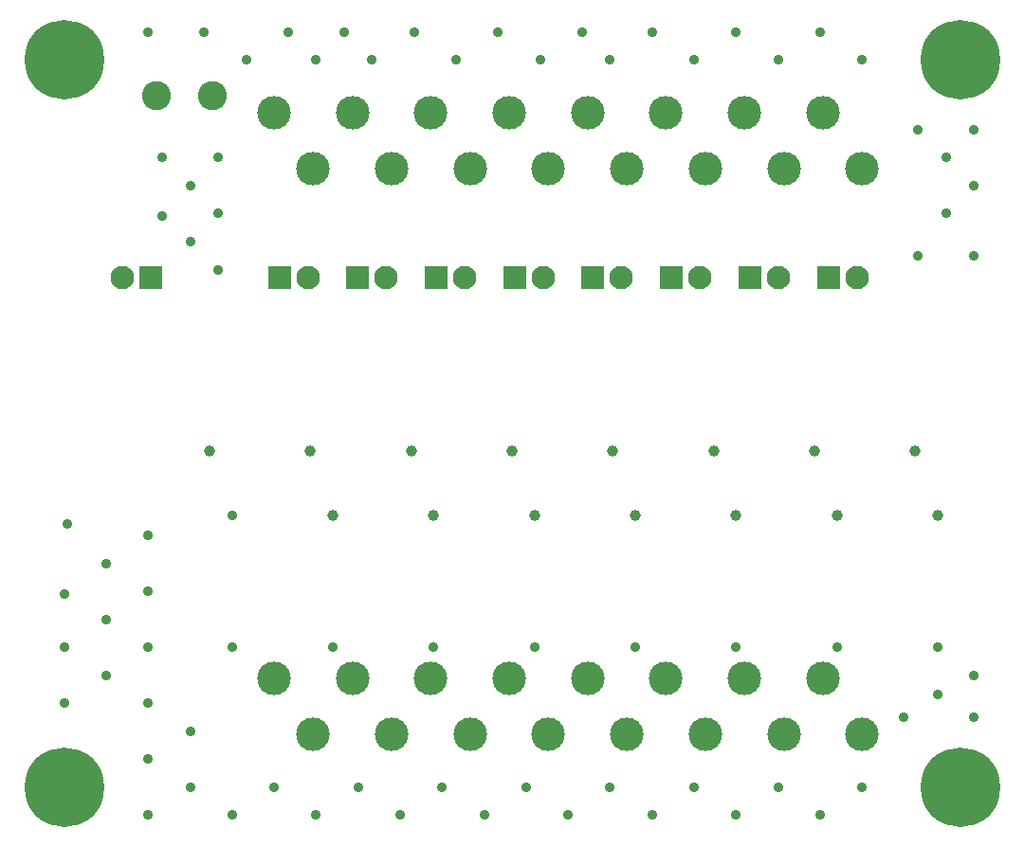
<source format=gbs>
G04 Layer_Color=16711935*
%FSLAX25Y25*%
%MOIN*%
G70*
G01*
G75*
%ADD10C,0.27953*%
%ADD11R,0.08268X0.08268*%
%ADD12C,0.08268*%
%ADD13C,0.11824*%
%ADD14C,0.10236*%
%ADD15C,0.03950*%
%ADD16C,0.03543*%
D10*
X334646Y19685D02*
D03*
Y275590D02*
D03*
X19685Y19685D02*
D03*
Y275590D02*
D03*
D11*
X288307Y198819D02*
D03*
X260748D02*
D03*
X233189D02*
D03*
X205630D02*
D03*
X178071D02*
D03*
X150512D02*
D03*
X122953D02*
D03*
X95394D02*
D03*
X50276D02*
D03*
D12*
X298307D02*
D03*
X270748D02*
D03*
X243189D02*
D03*
X215630D02*
D03*
X188071D02*
D03*
X160512D02*
D03*
X132953D02*
D03*
X105394D02*
D03*
X40276D02*
D03*
D13*
X148622Y57874D02*
D03*
X162402Y38189D02*
D03*
X176181Y57874D02*
D03*
X245079Y38189D02*
D03*
X231299Y57874D02*
D03*
X217520Y38189D02*
D03*
X203740Y57874D02*
D03*
X189961Y38189D02*
D03*
X134843D02*
D03*
X121063Y57874D02*
D03*
X107283Y38189D02*
D03*
X93504Y57874D02*
D03*
X258858D02*
D03*
X286417D02*
D03*
X272638Y38189D02*
D03*
X300197D02*
D03*
X245079Y237402D02*
D03*
X231299Y257087D02*
D03*
X217520Y237402D02*
D03*
X148622Y257087D02*
D03*
X162402Y237402D02*
D03*
X176181Y257087D02*
D03*
X189961Y237402D02*
D03*
X203740Y257087D02*
D03*
X258858D02*
D03*
X272638Y237402D02*
D03*
X286417Y257087D02*
D03*
X300197Y237402D02*
D03*
X134843D02*
D03*
X107283D02*
D03*
X121063Y257087D02*
D03*
X93504D02*
D03*
D14*
X71850Y262795D02*
D03*
X52165D02*
D03*
D15*
X220472Y115157D02*
D03*
X248031Y137795D02*
D03*
X70866D02*
D03*
X106299D02*
D03*
X141732D02*
D03*
X177165D02*
D03*
X212598D02*
D03*
X318898D02*
D03*
X283465D02*
D03*
X114173Y115157D02*
D03*
X149606D02*
D03*
X185039D02*
D03*
X255906D02*
D03*
X291339D02*
D03*
X326772D02*
D03*
D16*
X78740D02*
D03*
X20669Y112205D02*
D03*
X49213Y29528D02*
D03*
X19685Y87598D02*
D03*
Y68898D02*
D03*
Y49213D02*
D03*
X49213D02*
D03*
X34449Y59055D02*
D03*
Y78740D02*
D03*
Y98425D02*
D03*
X49213Y68898D02*
D03*
Y88583D02*
D03*
Y108268D02*
D03*
Y9843D02*
D03*
X78740Y68898D02*
D03*
X114173D02*
D03*
X149606D02*
D03*
X185039D02*
D03*
X220472D02*
D03*
X255906D02*
D03*
X291339D02*
D03*
X326772D02*
D03*
X339567Y59055D02*
D03*
Y44291D02*
D03*
X326772Y52165D02*
D03*
X314961Y44291D02*
D03*
X63976Y39370D02*
D03*
Y19685D02*
D03*
X73819Y241142D02*
D03*
Y221457D02*
D03*
Y201772D02*
D03*
X63976Y231299D02*
D03*
Y211614D02*
D03*
X54134Y220472D02*
D03*
Y241142D02*
D03*
X78740Y9843D02*
D03*
X93504Y19685D02*
D03*
X108268Y9843D02*
D03*
X123031Y19685D02*
D03*
X137795Y9843D02*
D03*
X152559Y19685D02*
D03*
X167323Y9843D02*
D03*
X182087Y19685D02*
D03*
X196850Y9843D02*
D03*
X211614Y19685D02*
D03*
X226378Y9843D02*
D03*
X241142Y19685D02*
D03*
X255906Y9843D02*
D03*
X270669Y19685D02*
D03*
X285433Y9843D02*
D03*
X300197Y19685D02*
D03*
X49213Y285433D02*
D03*
X68898D02*
D03*
X83661Y275590D02*
D03*
X98425Y285433D02*
D03*
X108268Y275590D02*
D03*
X118110Y285433D02*
D03*
X127953Y275590D02*
D03*
X142717Y285433D02*
D03*
X157480Y275590D02*
D03*
X172244Y285433D02*
D03*
X187008Y275590D02*
D03*
X201772Y285433D02*
D03*
X211614Y275590D02*
D03*
X226378Y285433D02*
D03*
X241142Y275590D02*
D03*
X255906Y285433D02*
D03*
X270669Y275590D02*
D03*
X285433Y285433D02*
D03*
X300197Y275590D02*
D03*
X339567Y250984D02*
D03*
Y231299D02*
D03*
X329724Y241142D02*
D03*
Y221457D02*
D03*
X339567Y206693D02*
D03*
X319882D02*
D03*
Y250984D02*
D03*
M02*

</source>
